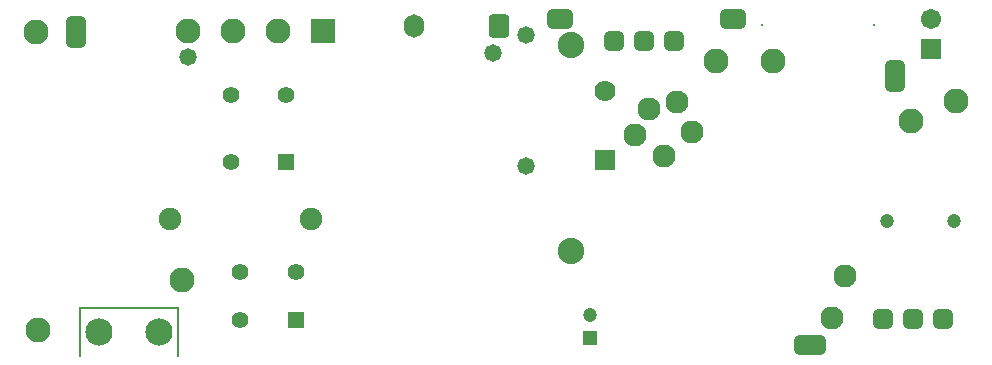
<source format=gts>
%FSTAX23Y23*%
%MOIN*%
%SFA1B1*%

%IPPOS*%
%AMD25*
4,1,8,0.034400,0.033500,-0.034400,0.033500,-0.053200,0.014800,-0.053200,-0.014800,-0.034400,-0.033500,0.034400,-0.033500,0.053200,-0.014800,0.053200,0.014800,0.034400,0.033500,0.0*
1,1,0.037520,0.034400,0.014800*
1,1,0.037520,-0.034400,0.014800*
1,1,0.037520,-0.034400,-0.014800*
1,1,0.037520,0.034400,-0.014800*
%
%AMD26*
4,1,8,0.024600,0.033500,-0.024600,0.033500,-0.043400,0.014800,-0.043400,-0.014800,-0.024600,-0.033500,0.024600,-0.033500,0.043400,-0.014800,0.043400,0.014800,0.024600,0.033500,0.0*
1,1,0.037520,0.024600,0.014800*
1,1,0.037520,-0.024600,0.014800*
1,1,0.037520,-0.024600,-0.014800*
1,1,0.037520,0.024600,-0.014800*
%
%AMD27*
4,1,8,0.014800,0.053200,-0.014800,0.053200,-0.033500,0.034400,-0.033500,-0.034400,-0.014800,-0.053200,0.014800,-0.053200,0.033500,-0.034400,0.033500,0.034400,0.014800,0.053200,0.0*
1,1,0.037520,0.014800,0.034400*
1,1,0.037520,-0.014800,0.034400*
1,1,0.037520,-0.014800,-0.034400*
1,1,0.037520,0.014800,-0.034400*
%
%AMD28*
4,1,8,0.015000,0.053200,-0.015000,0.053200,-0.034000,0.034200,-0.034000,-0.034200,-0.015000,-0.053200,0.015000,-0.053200,0.034000,-0.034200,0.034000,0.034200,0.015000,0.053200,0.0*
1,1,0.038000,0.015000,0.034200*
1,1,0.038000,-0.015000,0.034200*
1,1,0.038000,-0.015000,-0.034200*
1,1,0.038000,0.015000,-0.034200*
%
%AMD30*
4,1,8,-0.022500,-0.039000,0.022500,-0.039000,0.034000,-0.027500,0.034000,0.027500,0.022500,0.039000,-0.022500,0.039000,-0.034000,0.027500,-0.034000,-0.027500,-0.022500,-0.039000,0.0*
1,1,0.023000,-0.022500,-0.027500*
1,1,0.023000,0.022500,-0.027500*
1,1,0.023000,0.022500,0.027500*
1,1,0.023000,-0.022500,0.027500*
%
%AMD32*
4,1,8,0.014800,0.033500,-0.014800,0.033500,-0.033500,0.014800,-0.033500,-0.014800,-0.014800,-0.033500,0.014800,-0.033500,0.033500,-0.014800,0.033500,0.014800,0.014800,0.033500,0.0*
1,1,0.037520,0.014800,0.014800*
1,1,0.037520,-0.014800,0.014800*
1,1,0.037520,-0.014800,-0.014800*
1,1,0.037520,0.014800,-0.014800*
%
%ADD19R,0.005000X0.165000*%
%ADD21R,0.330000X0.005000*%
%ADD22C,0.067370*%
%ADD23R,0.067370X0.067370*%
%ADD24C,0.083000*%
G04~CAMADD=25~8~0.0~0.0~1064.2~670.6~187.6~0.0~15~0.0~0.0~0.0~0.0~0~0.0~0.0~0.0~0.0~0~0.0~0.0~0.0~0.0~1064.2~670.6*
%ADD25D25*%
G04~CAMADD=26~8~0.0~0.0~867.4~670.6~187.6~0.0~15~0.0~0.0~0.0~0.0~0~0.0~0.0~0.0~0.0~0~0.0~0.0~0.0~0.0~867.4~670.6*
%ADD26D26*%
G04~CAMADD=27~8~0.0~0.0~670.6~1064.2~187.6~0.0~15~0.0~0.0~0.0~0.0~0~0.0~0.0~0.0~0.0~0~0.0~0.0~0.0~0.0~670.6~1064.2*
%ADD27D27*%
G04~CAMADD=28~8~0.0~0.0~680.0~1064.2~190.0~0.0~15~0.0~0.0~0.0~0.0~0~0.0~0.0~0.0~0.0~0~0.0~0.0~0.0~0.0~680.0~1064.2*
%ADD28D28*%
%ADD29C,0.074930*%
G04~CAMADD=30~8~0.0~0.0~680.0~780.0~115.0~0.0~15~0.0~0.0~0.0~0.0~0~0.0~0.0~0.0~0.0~0~0.0~0.0~0.0~180.0~680.0~780.0*
%ADD30D30*%
%ADD31O,0.068000X0.078000*%
G04~CAMADD=32~8~0.0~0.0~670.6~670.6~187.6~0.0~15~0.0~0.0~0.0~0.0~0~0.0~0.0~0.0~0.0~0~0.0~0.0~0.0~0.0~670.6~670.6*
%ADD32D32*%
%ADD33C,0.088000*%
%ADD34C,0.070010*%
%ADD35R,0.070010X0.070010*%
%ADD36C,0.077000*%
%ADD37C,0.008000*%
%ADD38C,0.083200*%
%ADD39R,0.083200X0.083200*%
%ADD40C,0.047370*%
%ADD41R,0.047370X0.047370*%
%ADD42C,0.055560*%
%ADD43R,0.055560X0.055560*%
%ADD44C,0.090680*%
%ADD45C,0.058000*%
%LNadapter_pcb-1*%
%LPD*%
G54D19*
X02701Y0364D03*
X02376D03*
G54D21*
X02539Y0372D03*
G54D22*
X05212Y04683D03*
G54D23*
X05212Y04583D03*
G54D24*
X02228Y04637D03*
X05295Y04409D03*
X04496Y04543D03*
X04683D03*
X02716Y03811D03*
X02236Y03645D03*
X05145Y04342D03*
G54D25*
X04807Y03594D03*
G54D26*
X04551Y04681D03*
X03976D03*
G54D27*
X0509Y04492D03*
G54D28*
X02362Y04637D03*
G54D29*
X02673Y04015D03*
X03145D03*
G54D30*
X03771Y04657D03*
G54D31*
X03488Y04657D03*
G54D32*
X04354Y0461D03*
X04254D03*
X04154D03*
X05051Y03681D03*
X05151D03*
X05251D03*
G54D33*
X04011Y03909D03*
Y04594D03*
G54D34*
X04125Y04441D03*
G54D35*
X04125Y04211D03*
G54D36*
X04881Y03686D03*
X04416Y04306D03*
X04926Y03826D03*
X04321Y04226D03*
X04226Y04296D03*
X04271Y04381D03*
X04366Y04406D03*
G54D37*
X04647Y04661D03*
X05021D03*
G54D38*
X02735Y04641D03*
X02885D03*
X03035D03*
G54D39*
X03185Y04641D03*
G54D40*
X04074Y03696D03*
X05287Y04007D03*
X05066D03*
G54D41*
X04074Y03618D03*
G54D42*
X02909Y03837D03*
X03094D03*
X02909Y03677D03*
X02877Y04204D03*
X03062Y04429D03*
X02877D03*
G54D43*
X03094Y03677D03*
X03062Y04204D03*
G54D44*
X02639Y03637D03*
X02439D03*
G54D45*
X03751Y0457D03*
X02736Y04555D03*
X03862Y04629D03*
Y04192D03*
M02*
</source>
